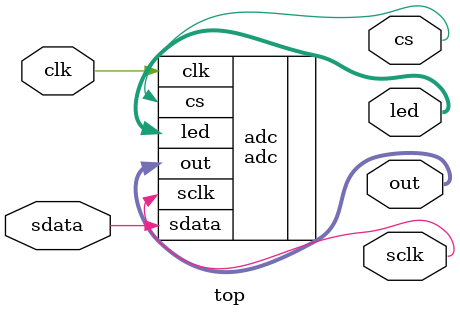
<source format=v>
`timescale 1ns / 1ps


module top(
    input sdata,
    input clk,
    output cs,
    output sclk,
    output [7:0] out, // dp, g, f, e, d, c, b, a
    output [3:0] led
    );
    
    
    adc adc(
        .clk(clk),
        .sdata(sdata),
        .cs(cs),
        .sclk(sclk),
        .out(out),
        .led(led)
        );
        
endmodule

</source>
